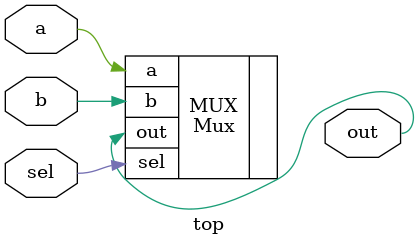
<source format=v>
`default_nettype none
module top(
	input a,
	input b,
	input sel,
	output out
);

    Mux MUX(.out(out),.a(a),.b(b),.sel(sel));    

endmodule


</source>
